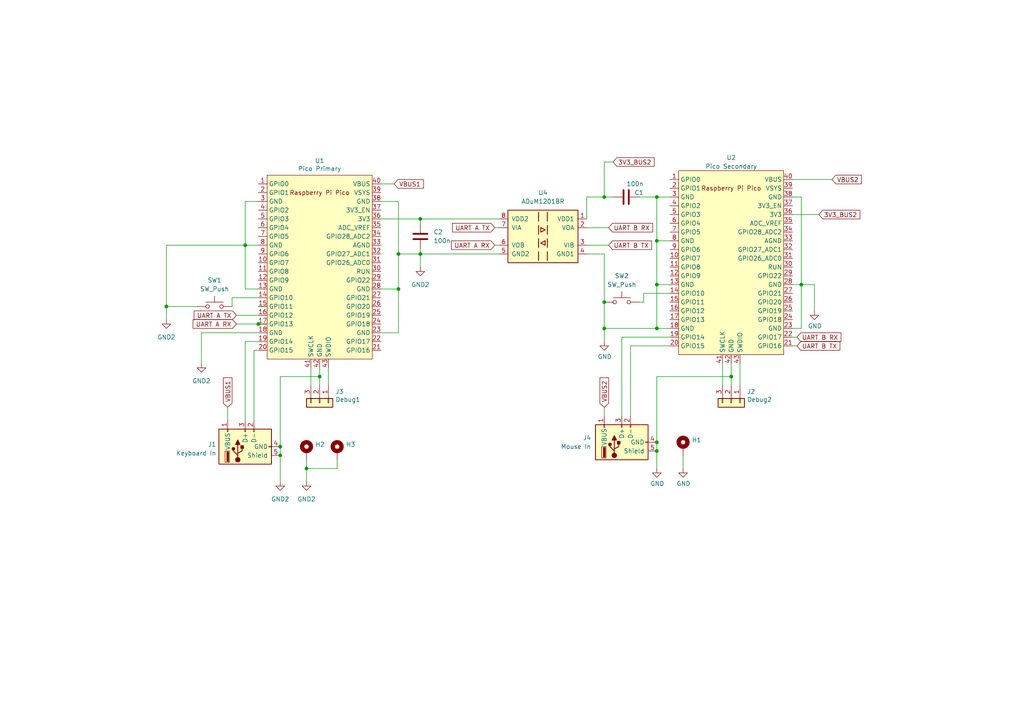
<source format=kicad_sch>
(kicad_sch (version 20230121) (generator eeschema)
  (paper "A4")
  (title_block (title "DeskHop - Fast Keyboard/Mouse Switching Device") (date "2023-12-24") (rev "v1") (company "Hrvoje Čavrak"))
  (lib_symbols
    (symbol "Connector:USB_A" (pin_names (offset 1.016))
      (property "Reference" "J" (at -5.08 11.43 0))
      (property "Value" "USB_A" (at -5.08 8.89 0))
      (symbol "USB_A_0_1"
        (rectangle (start -5.08 -7.62) (end 5.08 7.62) (stroke (width 0.254)) (fill (type background)))
        (circle (center -3.81 2.159) (radius 0.635) (stroke (width 0.254)) (fill (type outline)))
        (rectangle (start -1.524 4.826) (end -4.318 5.334) (fill (type outline)))
        (rectangle (start -1.27 4.572) (end -4.572 5.842))
        (circle (center -0.635 3.429) (radius 0.381) (stroke (width 0.254)) (fill (type outline)))
        (rectangle (start -0.127 -7.62) (end 0.127 -6.858))
        (polyline (pts (xy -3.175 2.159) (xy -2.54 2.159) (xy -1.27 3.429) (xy -0.635 3.429)) (stroke (width 0.254)))
        (polyline (pts (xy -2.54 2.159) (xy -1.905 2.159) (xy -1.27 0.889) (xy 0 0.889)) (stroke (width 0.254)))
        (polyline (pts (xy 0.635 2.794) (xy 0.635 1.524) (xy 1.905 2.159) (xy 0.635 2.794)) (stroke (width 0.254)) (fill (type outline)))
        (rectangle (start 0.254 1.27) (end -0.508 0.508) (stroke (width 0.254)) (fill (type outline)))
        (rectangle (start 5.08 -2.667) (end 4.318 -2.413))
        (rectangle (start 5.08 -0.127) (end 4.318 0.127))
        (rectangle (start 5.08 4.953) (end 4.318 5.207))
      )
      (symbol "USB_A_1_1"
        (polyline (pts (xy -1.905 2.159) (xy 0.635 2.159)) (stroke (width 0.254)))
        (pin power_in line (at 7.62 5.08 180) (length 2.54) (name "VBUS") (number "1"))
        (pin bidirectional line (at 7.62 -2.54 180) (length 2.54) (name "D-") (number "2"))
        (pin bidirectional line (at 7.62 0 180) (length 2.54) (name "D+") (number "3"))
        (pin power_in line (at 0 -10.16 90) (length 2.54) (name "GND") (number "4"))
        (pin passive line (at -2.54 -10.16 90) (length 2.54) (name "Shield") (number "5"))
      )
    )
    (symbol "Connector_Generic:Conn_01x03" (pin_names (offset 1.016) hide)
      (property "Reference" "J" (at 0 5.08 0))
      (property "Value" "Conn_01x03" (at 0 -5.08 0))
      (symbol "Conn_01x03_1_1"
        (rectangle (start -1.27 -2.413) (end 0 -2.667) (stroke (width 0.1524)))
        (rectangle (start -1.27 0.127) (end 0 -0.127) (stroke (width 0.1524)))
        (rectangle (start -1.27 2.667) (end 0 2.413) (stroke (width 0.1524)))
        (rectangle (start -1.27 3.81) (end 1.27 -3.81) (stroke (width 0.254)) (fill (type background)))
        (pin passive line (at -5.08 2.54 0) (length 3.81) (name "Pin_1") (number "1"))
        (pin passive line (at -5.08 0 0) (length 3.81) (name "Pin_2") (number "2"))
        (pin passive line (at -5.08 -2.54 0) (length 3.81) (name "Pin_3") (number "3"))
      )
    )
    (symbol "Device:C" (pin_numbers hide) (pin_names (offset 0.254))
      (property "Reference" "C" (at 0.635 2.54 0))
      (property "Value" "C" (at 0.635 -2.54 0))
      (symbol "C_0_1"
        (polyline (pts (xy -2.032 -0.762) (xy 2.032 -0.762)) (stroke (width 0.508)))
        (polyline (pts (xy -2.032 0.762) (xy 2.032 0.762)) (stroke (width 0.508)))
      )
      (symbol "C_1_1"
        (pin passive line (at 0 3.81 270) (length 2.794) (name "~") (number "1"))
        (pin passive line (at 0 -3.81 90) (length 2.794) (name "~") (number "2"))
      )
    )
    (symbol "Isolator:ADuM1201BR" (pin_names (offset 1.016))
      (property "Reference" "U" (at -10.16 8.89 0))
      (property "Value" "ADuM1201BR" (at -2.032 8.89 0))
      (symbol "ADuM1201BR_0_1"
        (rectangle (start -10.16 7.62) (end 10.16 -7.62) (stroke (width 0.254)) (fill (type background)))
        (polyline (pts (xy -1.27 -4.445) (xy -1.27 -6.985)) (stroke (width 0.254)))
        (polyline (pts (xy -1.27 -0.635) (xy -1.27 -3.175)) (stroke (width 0.254)))
        (polyline (pts (xy -1.27 3.175) (xy -1.27 0.635)) (stroke (width 0.254)))
        (polyline (pts (xy -1.27 6.985) (xy -1.27 4.445)) (stroke (width 0.254)))
        (polyline (pts (xy 1.27 -4.445) (xy 1.27 -6.985)) (stroke (width 0.254)))
        (polyline (pts (xy 1.27 -0.635) (xy 1.27 -3.175)) (stroke (width 0.254)))
        (polyline (pts (xy 1.27 3.175) (xy 1.27 0.635)) (stroke (width 0.254)))
        (polyline (pts (xy 1.27 6.985) (xy 1.27 4.445)) (stroke (width 0.254)))
        (polyline (pts (xy -0.635 -1.27) (xy -0.635 -2.54) (xy 0.635 -1.905) (xy -0.635 -1.27)) (stroke (width 0.254)))
        (polyline (pts (xy 0.635 2.54) (xy 0.635 1.27) (xy -0.635 1.905) (xy 0.635 2.54)) (stroke (width 0.254)))
      )
      (symbol "ADuM1201BR_1_1"
        (pin power_in line (at -12.7 5.08 0) (length 2.54) (name "VDD1") (number "1"))
        (pin output line (at -12.7 2.54 0) (length 2.54) (name "VOA") (number "2"))
        (pin input line (at -12.7 -2.54 0) (length 2.54) (name "VIB") (number "3"))
        (pin power_in line (at -12.7 -5.08 0) (length 2.54) (name "GND1") (number "4"))
        (pin power_in line (at 12.7 -5.08 180) (length 2.54) (name "GND2") (number "5"))
        (pin output line (at 12.7 -2.54 180) (length 2.54) (name "VOB") (number "6"))
        (pin input line (at 12.7 2.54 180) (length 2.54) (name "VIA") (number "7"))
        (pin power_in line (at 12.7 5.08 180) (length 2.54) (name "VDD2") (number "8"))
      )
    )
    (symbol "MCU_RaspberryPi_and_Boards:Pico"
      (property "Reference" "U" (at -13.97 27.94 0))
      (property "Value" "Pico" (at 0 19.05 0))
      (symbol "Pico_0_0"
        (text "Raspberry Pi Pico" (at 0 21.59 0) (effects (font (size 1.27 1.27))))
      )
      (symbol "Pico_0_1"
        (rectangle (start -15.24 26.67) (end 15.24 -26.67) (fill (type background)))
      )
      (symbol "Pico_1_1"
        (pin bidirectional line (at -17.78 24.13 0) (length 2.54) (name "GPIO0") (number "1"))
        (pin bidirectional line (at -17.78 1.27 0) (length 2.54) (name "GPIO7") (number "10"))
        (pin bidirectional line (at -17.78 -1.27 0) (length 2.54) (name "GPIO8") (number "11"))
        (pin bidirectional line (at -17.78 -3.81 0) (length 2.54) (name "GPIO9") (number "12"))
        (pin power_in line (at -17.78 -6.35 0) (length 2.54) (name "GND") (number "13"))
        (pin bidirectional line (at -17.78 -8.89 0) (length 2.54) (name "GPIO10") (number "14"))
        (pin bidirectional line (at -17.78 -11.43 0) (length 2.54) (name "GPIO11") (number "15"))
        (pin bidirectional line (at -17.78 -13.97 0) (length 2.54) (name "GPIO12") (number "16"))
        (pin bidirectional line (at -17.78 -16.51 0) (length 2.54) (name "GPIO13") (number "17"))
        (pin power_in line (at -17.78 -19.05 0) (length 2.54) (name "GND") (number "18"))
        (pin bidirectional line (at -17.78 -21.59 0) (length 2.54) (name "GPIO14") (number "19"))
        (pin bidirectional line (at -17.78 21.59 0) (length 2.54) (name "GPIO1") (number "2"))
        (pin bidirectional line (at -17.78 -24.13 0) (length 2.54) (name "GPIO15") (number "20"))
        (pin bidirectional line (at 17.78 -24.13 180) (length 2.54) (name "GPIO16") (number "21"))
        (pin bidirectional line (at 17.78 -21.59 180) (length 2.54) (name "GPIO17") (number "22"))
        (pin power_in line (at 17.78 -19.05 180) (length 2.54) (name "GND") (number "23"))
        (pin bidirectional line (at 17.78 -16.51 180) (length 2.54) (name "GPIO18") (number "24"))
        (pin bidirectional line (at 17.78 -13.97 180) (length 2.54) (name "GPIO19") (number "25"))
        (pin bidirectional line (at 17.78 -11.43 180) (length 2.54) (name "GPIO20") (number "26"))
        (pin bidirectional line (at 17.78 -8.89 180) (length 2.54) (name "GPIO21") (number "27"))
        (pin power_in line (at 17.78 -6.35 180) (length 2.54) (name "GND") (number "28"))
        (pin bidirectional line (at 17.78 -3.81 180) (length 2.54) (name "GPIO22") (number "29"))
        (pin power_in line (at -17.78 19.05 0) (length 2.54) (name "GND") (number "3"))
        (pin input line (at 17.78 -1.27 180) (length 2.54) (name "RUN") (number "30"))
        (pin bidirectional line (at 17.78 1.27 180) (length 2.54) (name "GPIO26_ADC0") (number "31"))
        (pin bidirectional line (at 17.78 3.81 180) (length 2.54) (name "GPIO27_ADC1") (number "32"))
        (pin power_in line (at 17.78 6.35 180) (length 2.54) (name "AGND") (number "33"))
        (pin bidirectional line (at 17.78 8.89 180) (length 2.54) (name "GPIO28_ADC2") (number "34"))
        (pin power_in line (at 17.78 11.43 180) (length 2.54) (name "ADC_VREF") (number "35"))
        (pin power_in line (at 17.78 13.97 180) (length 2.54) (name "3V3") (number "36"))
        (pin input line (at 17.78 16.51 180) (length 2.54) (name "3V3_EN") (number "37"))
        (pin bidirectional line (at 17.78 19.05 180) (length 2.54) (name "GND") (number "38"))
        (pin power_in line (at 17.78 21.59 180) (length 2.54) (name "VSYS") (number "39"))
        (pin bidirectional line (at -17.78 16.51 0) (length 2.54) (name "GPIO2") (number "4"))
        (pin power_in line (at 17.78 24.13 180) (length 2.54) (name "VBUS") (number "40"))
        (pin input line (at -2.54 -29.21 90) (length 2.54) (name "SWCLK") (number "41"))
        (pin power_in line (at 0 -29.21 90) (length 2.54) (name "GND") (number "42"))
        (pin bidirectional line (at 2.54 -29.21 90) (length 2.54) (name "SWDIO") (number "43"))
        (pin bidirectional line (at -17.78 13.97 0) (length 2.54) (name "GPIO3") (number "5"))
        (pin bidirectional line (at -17.78 11.43 0) (length 2.54) (name "GPIO4") (number "6"))
        (pin bidirectional line (at -17.78 8.89 0) (length 2.54) (name "GPIO5") (number "7"))
        (pin power_in line (at -17.78 6.35 0) (length 2.54) (name "GND") (number "8"))
        (pin bidirectional line (at -17.78 3.81 0) (length 2.54) (name "GPIO6") (number "9"))
      )
    )
    (symbol "Mechanical:MountingHole_Pad" (pin_numbers hide) (pin_names (offset 1.016) hide)
      (property "Reference" "H" (at 0 6.35 0))
      (property "Value" "MountingHole_Pad" (at 0 4.445 0))
      (symbol "MountingHole_Pad_0_1"
        (circle (center 0 1.27) (radius 1.27) (stroke (width 1.27)))
      )
      (symbol "MountingHole_Pad_1_1"
        (pin input line (at 0 -2.54 90) (length 2.54) (name "1") (number "1"))
      )
    )
    (symbol "Switch:SW_Push" (pin_numbers hide) (pin_names (offset 1.016) hide)
      (property "Reference" "SW" (at 1.27 2.54 0))
      (property "Value" "SW_Push" (at 0 -1.524 0))
      (symbol "SW_Push_0_1"
        (circle (center -2.032 0) (radius 0.508))
        (polyline (pts (xy 0 1.27) (xy 0 3.048)))
        (polyline (pts (xy 2.54 1.27) (xy -2.54 1.27)))
        (circle (center 2.032 0) (radius 0.508))
        (pin passive line (at -5.08 0 0) (length 2.54) (name "1") (number "1"))
        (pin passive line (at 5.08 0 180) (length 2.54) (name "2") (number "2"))
      )
    )
    (symbol "power:GND" (power) (pin_names (offset 0))
      (property "Value" "GND" (at 0 -3.81 0))
      (symbol "GND_0_1"
        (polyline (pts (xy 0 0) (xy 0 -1.27) (xy 1.27 -1.27) (xy 0 -2.54) (xy -1.27 -1.27) (xy 0 -1.27)))
      )
      (symbol "GND_1_1"
        (pin power_in line (at 0 0 270) (length 0) hide (name "GND") (number "1"))
      )
    )
    (symbol "power:GND2" (power) (pin_names (offset 0))
      (property "Value" "GND2" (at 0 -3.81 0))
      (symbol "GND2_0_1"
        (polyline (pts (xy 0 0) (xy 0 -1.27) (xy 1.27 -1.27) (xy 0 -2.54) (xy -1.27 -1.27) (xy 0 -1.27)))
      )
      (symbol "GND2_1_1"
        (pin power_in line (at 0 0 270) (length 0) hide (name "GND2") (number "1"))
      )
    )
  )
  (junction (at 121.92 73.66))
  (junction (at 81.28 132.08))
  (junction (at 81.28 129.54))
  (junction (at 190.5 95.25))
  (junction (at 92.71 109.22))
  (junction (at 190.5 82.55))
  (junction (at 121.92 63.5))
  (junction (at 115.57 83.82))
  (junction (at 232.41 82.55))
  (junction (at 88.9 135.89))
  (junction (at 175.26 87.63))
  (junction (at 74.93 93.98))
  (junction (at 190.5 128.27))
  (junction (at 175.26 95.25))
  (junction (at 115.57 73.66))
  (junction (at 190.5 57.15))
  (junction (at 175.26 57.15))
  (junction (at 48.26 88.9))
  (junction (at 190.5 69.85))
  (junction (at 71.12 71.12))
  (junction (at 190.5 130.81))
  (junction (at 212.09 109.22))
  (wire (pts (xy 92.71 109.22) (xy 92.71 111.76)))
  (wire (pts (xy 190.5 109.22) (xy 212.09 109.22)))
  (wire (pts (xy 175.26 95.25) (xy 175.26 99.06)))
  (wire (pts (xy 190.5 82.55) (xy 190.5 95.25)))
  (wire (pts (xy 71.12 83.82) (xy 71.12 71.12)))
  (wire (pts (xy 194.31 100.33) (xy 182.88 100.33)))
  (wire (pts (xy 190.5 109.22) (xy 190.5 128.27)))
  (wire (pts (xy 68.58 93.98) (xy 74.93 93.98)))
  (wire (pts (xy 177.8 46.99) (xy 175.26 46.99)))
  (wire (pts (xy 190.5 95.25) (xy 194.31 95.25)))
  (wire (pts (xy 121.92 73.66) (xy 144.78 73.66)))
  (wire (pts (xy 170.18 73.66) (xy 175.26 73.66)))
  (wire (pts (xy 115.57 73.66) (xy 115.57 58.42)))
  (wire (pts (xy 194.31 97.79) (xy 180.34 97.79)))
  (wire (pts (xy 81.28 129.54) (xy 81.28 132.08)))
  (wire (pts (xy 232.41 57.15) (xy 232.41 82.55)))
  (wire (pts (xy 48.26 88.9) (xy 48.26 92.71)))
  (wire (pts (xy 186.69 85.09) (xy 186.69 87.63)))
  (wire (pts (xy 71.12 99.06) (xy 71.12 121.92)))
  (wire (pts (xy 214.63 105.41) (xy 214.63 111.76)))
  (wire (pts (xy 209.55 105.41) (xy 209.55 111.76)))
  (wire (pts (xy 48.26 71.12) (xy 71.12 71.12)))
  (wire (pts (xy 48.26 88.9) (xy 57.15 88.9)))
  (wire (pts (xy 185.42 87.63) (xy 186.69 87.63)))
  (wire (pts (xy 198.12 132.08) (xy 198.12 135.89)))
  (wire (pts (xy 81.28 129.54) (xy 81.28 109.22)))
  (wire (pts (xy 71.12 71.12) (xy 74.93 71.12)))
  (wire (pts (xy 229.87 62.23) (xy 237.49 62.23)))
  (wire (pts (xy 190.5 128.27) (xy 190.5 130.81)))
  (wire (pts (xy 48.26 71.12) (xy 48.26 88.9)))
  (wire (pts (xy 71.12 71.12) (xy 71.12 58.42)))
  (wire (pts (xy 190.5 69.85) (xy 190.5 82.55)))
  (wire (pts (xy 212.09 105.41) (xy 212.09 109.22)))
  (wire (pts (xy 88.9 135.89) (xy 88.9 139.7)))
  (wire (pts (xy 194.31 82.55) (xy 190.5 82.55)))
  (wire (pts (xy 115.57 73.66) (xy 121.92 73.66)))
  (wire (pts (xy 176.53 71.12) (xy 170.18 71.12)))
  (wire (pts (xy 121.92 63.5) (xy 144.78 63.5)))
  (wire (pts (xy 74.93 83.82) (xy 71.12 83.82)))
  (wire (pts (xy 185.42 57.15) (xy 190.5 57.15)))
  (wire (pts (xy 190.5 57.15) (xy 194.31 57.15)))
  (wire (pts (xy 58.42 96.52) (xy 74.93 96.52)))
  (wire (pts (xy 121.92 64.77) (xy 121.92 63.5)))
  (wire (pts (xy 175.26 73.66) (xy 175.26 87.63)))
  (wire (pts (xy 81.28 132.08) (xy 81.28 139.7)))
  (wire (pts (xy 115.57 96.52) (xy 115.57 83.82)))
  (wire (pts (xy 73.66 101.6) (xy 73.66 121.92)))
  (wire (pts (xy 115.57 96.52) (xy 110.49 96.52)))
  (wire (pts (xy 170.18 66.04) (xy 176.53 66.04)))
  (wire (pts (xy 110.49 58.42) (xy 115.57 58.42)))
  (wire (pts (xy 182.88 100.33) (xy 182.88 120.65)))
  (wire (pts (xy 175.26 95.25) (xy 190.5 95.25)))
  (wire (pts (xy 88.9 133.35) (xy 88.9 135.89)))
  (wire (pts (xy 175.26 46.99) (xy 175.26 57.15)))
  (wire (pts (xy 81.28 109.22) (xy 92.71 109.22)))
  (wire (pts (xy 68.58 91.44) (xy 74.93 91.44)))
  (wire (pts (xy 95.25 111.76) (xy 95.25 106.68)))
  (wire (pts (xy 229.87 100.33) (xy 231.14 100.33)))
  (wire (pts (xy 74.93 99.06) (xy 71.12 99.06)))
  (wire (pts (xy 73.66 101.6) (xy 74.93 101.6)))
  (wire (pts (xy 190.5 130.81) (xy 190.5 135.89)))
  (wire (pts (xy 110.49 63.5) (xy 121.92 63.5)))
  (wire (pts (xy 186.69 85.09) (xy 194.31 85.09)))
  (wire (pts (xy 143.51 66.04) (xy 144.78 66.04)))
  (wire (pts (xy 232.41 95.25) (xy 229.87 95.25)))
  (wire (pts (xy 66.04 118.11) (xy 66.04 121.92)))
  (wire (pts (xy 229.87 57.15) (xy 232.41 57.15)))
  (wire (pts (xy 74.93 88.9) (xy 77.47 88.9)))
  (wire (pts (xy 175.26 118.11) (xy 175.26 120.65)))
  (wire (pts (xy 88.9 135.89) (xy 97.79 135.89)))
  (wire (pts (xy 194.31 69.85) (xy 190.5 69.85)))
  (wire (pts (xy 212.09 109.22) (xy 212.09 111.76)))
  (wire (pts (xy 175.26 57.15) (xy 177.8 57.15)))
  (wire (pts (xy 110.49 83.82) (xy 115.57 83.82)))
  (wire (pts (xy 170.18 57.15) (xy 175.26 57.15)))
  (wire (pts (xy 67.31 86.36) (xy 67.31 88.9)))
  (wire (pts (xy 110.49 53.34) (xy 114.3 53.34)))
  (wire (pts (xy 236.22 82.55) (xy 232.41 82.55)))
  (wire (pts (xy 229.87 52.07) (xy 241.3 52.07)))
  (wire (pts (xy 121.92 72.39) (xy 121.92 73.66)))
  (wire (pts (xy 71.12 58.42) (xy 74.93 58.42)))
  (wire (pts (xy 67.31 86.36) (xy 74.93 86.36)))
  (wire (pts (xy 190.5 57.15) (xy 190.5 69.85)))
  (wire (pts (xy 170.18 57.15) (xy 170.18 63.5)))
  (wire (pts (xy 236.22 90.17) (xy 236.22 82.55)))
  (wire (pts (xy 229.87 97.79) (xy 231.14 97.79)))
  (wire (pts (xy 90.17 111.76) (xy 90.17 106.68)))
  (wire (pts (xy 74.93 93.98) (xy 77.47 93.98)))
  (wire (pts (xy 232.41 82.55) (xy 232.41 95.25)))
  (wire (pts (xy 121.92 73.66) (xy 121.92 77.47)))
  (wire (pts (xy 92.71 106.68) (xy 92.71 109.22)))
  (wire (pts (xy 97.79 133.35) (xy 97.79 135.89)))
  (wire (pts (xy 229.87 82.55) (xy 232.41 82.55)))
  (wire (pts (xy 115.57 83.82) (xy 115.57 73.66)))
  (wire (pts (xy 143.51 71.12) (xy 144.78 71.12)))
  (wire (pts (xy 58.42 96.52) (xy 58.42 105.41)))
  (wire (pts (xy 175.26 87.63) (xy 175.26 95.25)))
  (wire (pts (xy 180.34 97.79) (xy 180.34 120.65)))
  (global_label "3V3_BUS2" (shape input) (at 177.8 46.99 0) (property "Intersheetrefs" "${INTERSHEET_REFS}" (effects hide)))
  (global_label "UART B RX" (shape input) (at 231.14 97.79 0) (property "Intersheetrefs" "${INTERSHEET_REFS}" (effects hide)))
  (global_label "VBUS2" (shape input) (at 241.3 52.07 0) (property "Intersheetrefs" "${INTERSHEET_REFS}" (effects hide)))
  (global_label "UART B RX" (shape input) (at 176.53 66.04 0) (property "Intersheetrefs" "${INTERSHEET_REFS}" (effects hide)))
  (global_label "UART A RX" (shape input) (at 68.58 93.98 180) (property "Intersheetrefs" "${INTERSHEET_REFS}" (effects hide)))
  (global_label "UART A TX" (shape input) (at 143.51 66.04 180) (property "Intersheetrefs" "${INTERSHEET_REFS}" (effects hide)))
  (global_label "UART B TX" (shape input) (at 176.53 71.12 0) (property "Intersheetrefs" "${INTERSHEET_REFS}" (effects hide)))
  (global_label "UART A RX" (shape input) (at 143.51 71.12 180) (property "Intersheetrefs" "${INTERSHEET_REFS}" (effects hide)))
  (global_label "3V3_BUS2" (shape input) (at 237.49 62.23 0) (property "Intersheetrefs" "${INTERSHEET_REFS}" (effects hide)))
  (global_label "VBUS2" (shape input) (at 175.26 118.11 90) (property "Intersheetrefs" "${INTERSHEET_REFS}" (effects hide)))
  (global_label "VBUS1" (shape input) (at 114.3 53.34 0) (property "Intersheetrefs" "${INTERSHEET_REFS}" (effects hide)))
  (global_label "UART B TX" (shape input) (at 231.14 100.33 0) (property "Intersheetrefs" "${INTERSHEET_REFS}" (effects hide)))
  (global_label "VBUS1" (shape input) (at 66.04 118.11 90) (property "Intersheetrefs" "${INTERSHEET_REFS}" (effects hide)))
  (global_label "UART A TX" (shape input) (at 68.58 91.44 180) (property "Intersheetrefs" "${INTERSHEET_REFS}" (effects hide)))
  (symbol (lib_id "MCU_RaspberryPi_and_Boards:Pico") (at 92.71 77.47 0) (unit 1)
    (property "Reference" "U1" (at 92.71 46.609 0))
    (property "Value" "Pico Primary" (at 92.71 48.9204 0))
    (property "Footprint" "MCU_RaspberryPi_and_Boards:RPi_Pico_SMD_Nohole" (effects hide))
  )
  (symbol (lib_id "Connector_Generic:Conn_01x03") (at 92.71 116.84 270) (unit 1)
    (property "Reference" "J3" (at 97.282 113.5888 90) (effects (justify left)))
    (property "Value" "Debug1" (at 97.282 115.9002 90) (effects (justify left)))
    (property "Footprint" "Connector_PinHeader_2.54mm:PinHeader_1x03_P2.54mm_Vertical" (effects hide))
  )
  (symbol (lib_id "Mechanical:MountingHole_Pad") (at 198.12 129.54 0) (unit 1)
    (property "Reference" "H1" (at 200.66 127.635 0) (effects (justify left)))
    (property "Value" "MountingHole_Pad" (effects hide))
    (property "Footprint" "MountingHole:MountingHole_2.7mm_M2.5_Pad_TopBottom" (effects hide))
  )
  (symbol (lib_id "Connector:USB_A") (at 71.12 129.54 90) (unit 1)
    (property "Reference" "J1" (at 62.738 128.905 90) (effects (justify left)))
    (property "Value" "Keyboard In" (at 62.738 131.445 90) (effects (justify left)))
    (property "Footprint" "Connector_USB:USB_A_Molex_67643_Horizontal" (effects hide))
    (property "Datasheet" " ~" (effects hide))
  )
  (symbol (lib_id "power:GND2") (at 48.26 92.71 0) (mirror y) (unit 1)
    (property "Reference" "#PWR07" (effects hide))
    (property "Value" "GND2" (at 48.26 97.79 0))
  )
  (symbol (lib_id "Mechanical:MountingHole_Pad") (at 88.9 130.81 0) (unit 1)
    (property "Reference" "H2" (at 91.44 128.905 0) (effects (justify left)))
    (property "Value" "MountingHole_Pad" (effects hide))
    (property "Footprint" "MountingHole:MountingHole_2.7mm_M2.5_Pad_TopBottom" (effects hide))
  )
  (symbol (lib_id "Switch:SW_Push") (at 62.23 88.9 0) (unit 1)
    (property "Reference" "SW1" (at 62.23 81.28 0))
    (property "Value" "SW_Push" (at 62.23 83.82 0))
    (property "Footprint" "Button_Switch_THT:SW_PUSH_1P1T_6x3.5mm_H5.0_APEM_MJTP1250" (effects hide))
  )
  (symbol (lib_id "Isolator:ADuM1201BR") (at 157.48 68.58 0) (mirror y) (unit 1)
    (property "Reference" "U4" (at 157.48 55.88 0))
    (property "Value" "ADuM1201BR" (at 157.48 58.42 0))
    (property "Footprint" "Package_SO:SOIC-8_3.9x4.9mm_P1.27mm" (effects hide))
    (property "Datasheet" "https://www.analog.com/static/imported-files/data_sheets/ADuM1200_1201.pdf" (effects hide))
  )
  (symbol (lib_id "Device:C") (at 121.92 68.58 0) (unit 1)
    (property "Reference" "C2" (at 125.73 67.31 0) (effects (justify left)))
    (property "Value" "100n" (at 125.73 69.85 0) (effects (justify left)))
    (property "Footprint" "Capacitor_SMD:C_1206_3216Metric_Pad1.33x1.80mm_HandSolder" (effects hide))
  )
  (symbol (lib_id "Mechanical:MountingHole_Pad") (at 97.79 130.81 0) (unit 1)
    (property "Reference" "H3" (at 100.33 128.905 0) (effects (justify left)))
    (property "Value" "MountingHole_Pad" (effects hide))
    (property "Footprint" "MountingHole:MountingHole_2.7mm_M2.5_Pad_TopOnly" (effects hide))
  )
  (symbol (lib_id "Switch:SW_Push") (at 180.34 87.63 0) (unit 1)
    (property "Reference" "SW2" (at 180.34 80.01 0))
    (property "Value" "SW_Push" (at 180.34 82.55 0))
    (property "Footprint" "Button_Switch_THT:SW_PUSH_1P1T_6x3.5mm_H5.0_APEM_MJTP1250" (effects hide))
  )
  (symbol (lib_id "power:GND2") (at 58.42 105.41 0) (mirror y) (unit 1)
    (property "Reference" "#PWR01" (effects hide))
    (property "Value" "GND2" (at 58.42 110.49 0))
  )
  (symbol (lib_id "power:GND") (at 175.26 99.06 0) (unit 1)
    (property "Reference" "#PWR010" (effects hide))
    (property "Value" "GND" (at 175.387 103.4542 0))
  )
  (symbol (lib_id "Connector_Generic:Conn_01x03") (at 212.09 116.84 270) (unit 1)
    (property "Reference" "J2" (at 216.662 113.5888 90) (effects (justify left)))
    (property "Value" "Debug2" (at 216.662 115.9002 90) (effects (justify left)))
    (property "Footprint" "Connector_PinHeader_2.54mm:PinHeader_1x03_P2.54mm_Vertical" (effects hide))
  )
  (symbol (lib_id "power:GND2") (at 81.28 139.7 0) (mirror y) (unit 1)
    (property "Reference" "#PWR08" (effects hide))
    (property "Value" "GND2" (at 81.28 144.78 0))
  )
  (symbol (lib_id "power:GND") (at 198.12 135.89 0) (unit 1)
    (property "Reference" "#PWR02" (effects hide))
    (property "Value" "GND" (at 198.247 140.2842 0))
  )
  (symbol (lib_id "power:GND2") (at 121.92 77.47 0) (unit 1)
    (property "Reference" "#PWR05" (effects hide))
    (property "Value" "GND2" (at 121.92 82.55 0))
  )
  (symbol (lib_id "MCU_RaspberryPi_and_Boards:Pico") (at 212.09 76.2 0) (unit 1)
    (property "Reference" "U2" (at 212.09 45.72 0))
    (property "Value" "Pico Secondary" (at 212.09 48.26 0))
    (property "Footprint" "MCU_RaspberryPi_and_Boards:RPi_Pico_SMD_Nohole" (effects hide))
  )
  (symbol (lib_id "power:GND") (at 236.22 90.17 0) (unit 1)
    (property "Reference" "#PWR09" (effects hide))
    (property "Value" "GND" (at 236.347 94.5642 0))
  )
  (symbol (lib_id "power:GND2") (at 88.9 139.7 0) (mirror y) (unit 1)
    (property "Reference" "#PWR03" (effects hide))
    (property "Value" "GND2" (at 88.9 144.78 0))
  )
  (symbol (lib_id "power:GND") (at 190.5 135.89 0) (unit 1)
    (property "Reference" "#PWR04" (effects hide))
    (property "Value" "GND" (at 190.627 140.2842 0))
  )
  (symbol (lib_id "Connector:USB_A") (at 180.34 128.27 90) (unit 1)
    (property "Reference" "J4" (at 171.45 127 90) (effects (justify left)))
    (property "Value" "Mouse In" (at 171.45 129.54 90) (effects (justify left)))
    (property "Footprint" "Connector_USB:USB_A_Molex_67643_Horizontal" (effects hide))
    (property "Datasheet" " ~" (effects hide))
  )
  (symbol (lib_id "Device:C") (at 181.61 57.15 90) (unit 1)
    (property "Reference" "C1" (at 186.69 55.88 90) (effects (justify left)))
    (property "Value" "100n" (at 186.69 53.34 90) (effects (justify left)))
    (property "Footprint" "Capacitor_SMD:C_1206_3216Metric_Pad1.33x1.80mm_HandSolder" (effects hide))
  )
)
</source>
